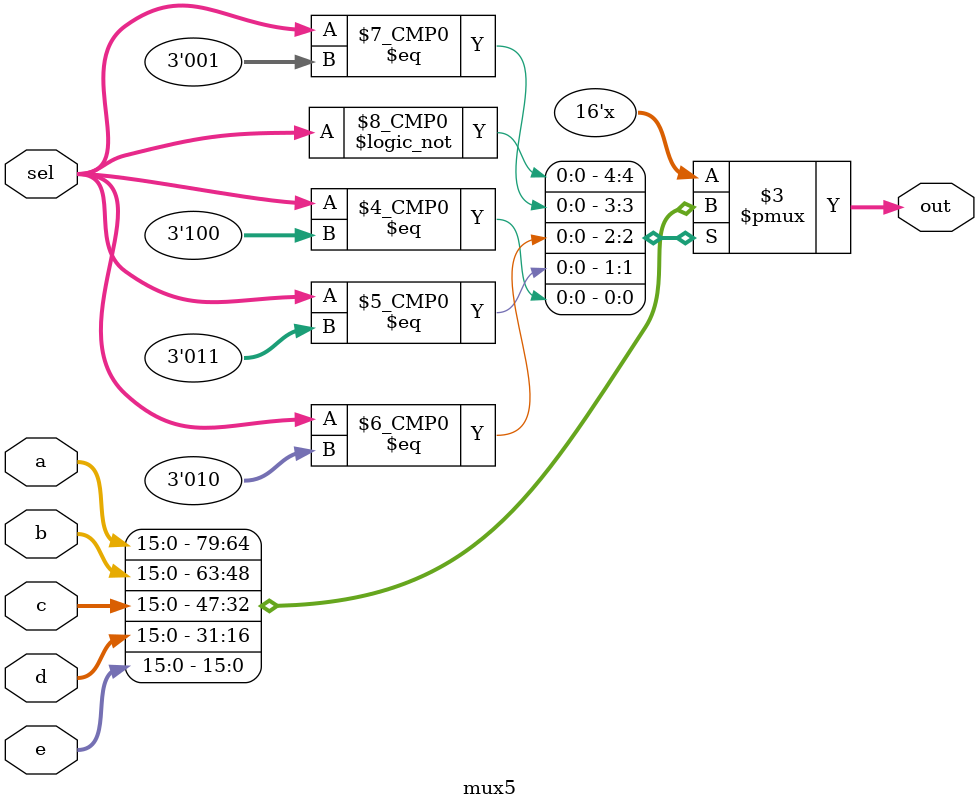
<source format=v>
module mux5(
  input [15:0] a,
  input [15:0] b,
  input [15:0] c,
  input [15:0] d,
  input [15:0] e,
  input [2:0] sel, 
  output reg   [15:0] out);
  
  always @(*)
  begin
    case(sel)
      3'b000 : out=a;
      3'b001 : out=b;
      3'b010 : out=c;
      3'b011 : out=d;
      3'b100 : out=e;
      default : out= 16'hx;
    endcase
  end
  
endmodule
  
  

</source>
